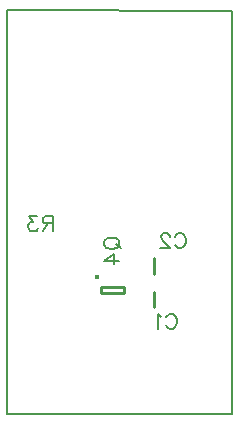
<source format=gbr>
G04 DipTrace 2.4.0.2*
%INbottomsilk.gbr*%
%MOIN*%
%ADD10C,0.0098*%
%ADD11C,0.006*%
%ADD24C,0.0154*%
%ADD49C,0.0077*%
%FSLAX44Y44*%
G04*
G70*
G90*
G75*
G01*
%LNBotSilk*%
%LPD*%
X8841Y8008D2*
D10*
Y7496D1*
X8840Y9134D2*
Y8622D1*
D24*
X6940Y8502D3*
X7071Y8158D2*
D10*
X7858D1*
Y7961D1*
X7071D1*
Y8158D1*
X9257Y7160D2*
D49*
X9281Y7207D1*
X9329Y7255D1*
X9377Y7279D1*
X9472D1*
X9520Y7255D1*
X9568Y7207D1*
X9592Y7160D1*
X9616Y7088D1*
Y6968D1*
X9592Y6897D1*
X9568Y6849D1*
X9520Y6801D1*
X9472Y6777D1*
X9377D1*
X9329Y6801D1*
X9281Y6849D1*
X9257Y6897D1*
X9103Y7183D2*
X9055Y7207D1*
X8983Y7279D1*
Y6777D1*
X9551Y9849D2*
X9575Y9896D1*
X9623Y9944D1*
X9670Y9968D1*
X9766D1*
X9814Y9944D1*
X9862Y9896D1*
X9886Y9849D1*
X9910Y9777D1*
Y9657D1*
X9886Y9586D1*
X9862Y9538D1*
X9814Y9490D1*
X9766Y9466D1*
X9670D1*
X9623Y9490D1*
X9575Y9538D1*
X9551Y9586D1*
X9372Y9848D2*
Y9872D1*
X9348Y9920D1*
X9325Y9944D1*
X9277Y9968D1*
X9181D1*
X9133Y9944D1*
X9110Y9920D1*
X9085Y9872D1*
Y9824D1*
X9110Y9776D1*
X9157Y9705D1*
X9397Y9466D1*
X9062D1*
X7193Y9677D2*
X7216Y9724D1*
X7264Y9772D1*
X7312Y9796D1*
X7384Y9820D1*
X7503D1*
X7575Y9796D1*
X7623Y9772D1*
X7671Y9724D1*
X7694Y9677D1*
Y9581D1*
X7671Y9533D1*
X7623Y9485D1*
X7575Y9462D1*
X7503Y9437D1*
X7384D1*
X7312Y9462D1*
X7264Y9485D1*
X7216Y9533D1*
X7193Y9581D1*
Y9677D1*
X7599Y9605D2*
X7743Y9462D1*
X7695Y9043D2*
X7193D1*
X7528Y9283D1*
Y8924D1*
X5478Y10291D2*
X5263D1*
X5191Y10316D1*
X5167Y10339D1*
X5143Y10387D1*
Y10435D1*
X5167Y10483D1*
X5191Y10507D1*
X5263Y10531D1*
X5478D1*
Y10028D1*
X5311Y10291D2*
X5143Y10028D1*
X4941Y10530D2*
X4678D1*
X4821Y10339D1*
X4749D1*
X4702Y10315D1*
X4678Y10291D1*
X4654Y10220D1*
Y10172D1*
X4678Y10100D1*
X4726Y10052D1*
X4798Y10028D1*
X4869D1*
X4941Y10052D1*
X4964Y10076D1*
X4989Y10124D1*
%LNBoardOutline*%
X3940Y3940D2*
D11*
X11441D1*
Y17379D1*
X3940Y17389D1*
Y3940D1*
M02*

</source>
